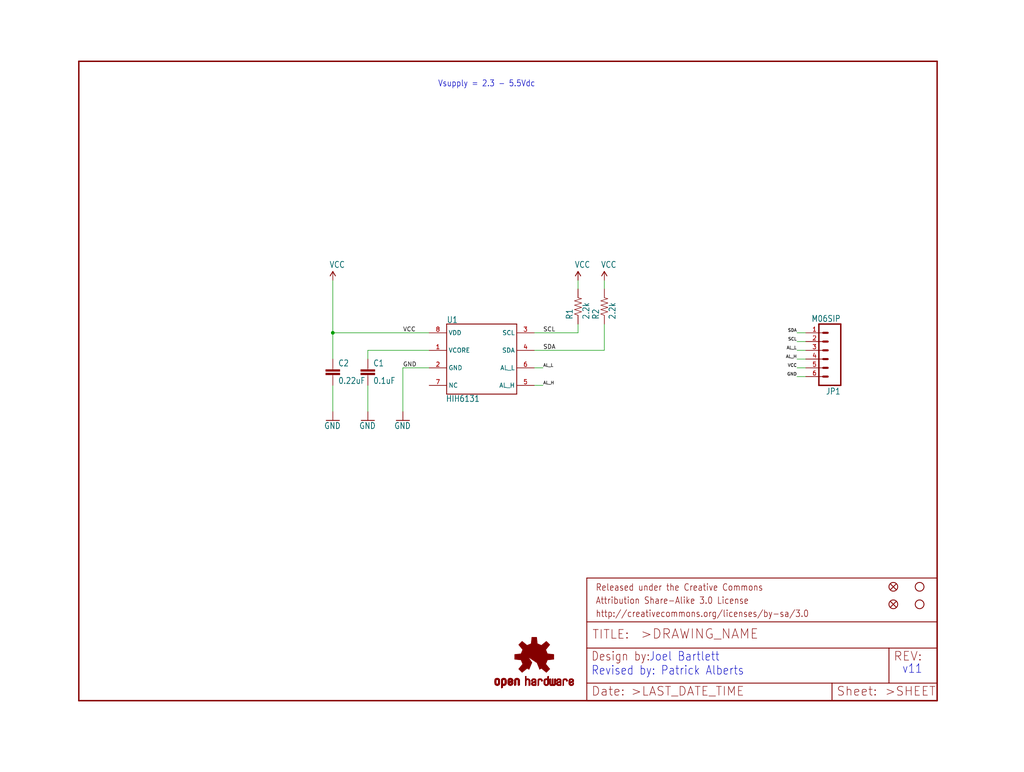
<source format=kicad_sch>
(kicad_sch (version 20211123) (generator eeschema)
  (paper "User" 297.002 223.926)
  (lib_symbols
    (symbol "eagleSchem-eagle-import:0.1UF-25V(+80{slash}-20%)(0603)"
      (property "Reference" "C" (at 1.524 2.921 0))
      (property "Value" "0.1UF-25V(+80{slash}-20%)(0603)" (at 1.524 -2.159 0))
      (symbol "0.1UF-25V(+80{slash}-20%)(0603)_1_0"
        (pin passive line (at 0 5.08 270) (length 2.54) (name "1") (number "1"))
        (pin passive line (at 0 -2.54 90) (length 2.54) (name "2") (number "2"))
      )
    )
    (symbol "eagleSchem-eagle-import:0.22UF-25V-10%(0603)"
      (property "Reference" "C" (at 1.524 2.921 0))
      (property "Value" "0.22UF-25V-10%(0603)" (at 1.524 -2.159 0))
      (symbol "0.22UF-25V-10%(0603)_1_0"
        (pin passive line (at 0 5.08 270) (length 2.54) (name "1") (number "1"))
        (pin passive line (at 0 -2.54 90) (length 2.54) (name "2") (number "2"))
      )
    )
    (symbol "eagleSchem-eagle-import:2.2KOHM1{slash}10W1%(0603)"
      (property "Reference" "R" (at -3.81 1.4986 0))
      (property "Value" "2.2KOHM1{slash}10W1%(0603)" (at -3.81 -3.302 0))
      (symbol "2.2KOHM1{slash}10W1%(0603)_1_0"
        (pin passive line (at -5.08 0 0) (length 2.54) (name "1") (number "1"))
        (pin passive line (at 5.08 0 180) (length 2.54) (name "2") (number "2"))
      )
    )
    (symbol "eagleSchem-eagle-import:FIDUCIAL1X2")
    (symbol "eagleSchem-eagle-import:FRAME-LETTER"
      (symbol "FRAME-LETTER_2_0"
        (text ">DRAWING_NAME" (at 15.494 17.78 0) (effects (font (size 2.7432 2.7432)) (justify left bottom)))
        (text ">LAST_DATE_TIME" (at 12.7 1.27 0) (effects (font (size 2.54 2.54)) (justify left bottom)))
        (text ">SHEET" (at 86.36 1.27 0) (effects (font (size 2.54 2.54)) (justify left bottom)))
        (text "Attribution Share-Alike 3.0 License" (at 2.54 27.94 0) (effects (font (size 1.9304 1.6408)) (justify left bottom)))
        (text "Date:" (at 1.27 1.27 0) (effects (font (size 2.54 2.54)) (justify left bottom)))
        (text "Design by:" (at 1.27 11.43 0) (effects (font (size 2.54 2.159)) (justify left bottom)))
        (text "http://creativecommons.org/licenses/by-sa/3.0" (at 2.54 24.13 0) (effects (font (size 1.9304 1.6408)) (justify left bottom)))
        (text "Released under the Creative Commons" (at 2.54 31.75 0) (effects (font (size 1.9304 1.6408)) (justify left bottom)))
        (text "REV:" (at 88.9 11.43 0) (effects (font (size 2.54 2.54)) (justify left bottom)))
        (text "Sheet:" (at 72.39 1.27 0) (effects (font (size 2.54 2.54)) (justify left bottom)))
        (text "TITLE:" (at 1.524 17.78 0) (effects (font (size 2.54 2.54)) (justify left bottom)))
      )
    )
    (symbol "eagleSchem-eagle-import:GND" (power)
      (property "Value" "GND" (at -2.54 -2.54 0))
      (symbol "GND_1_0"
        (pin power_in line (at 0 2.54 270) (length 2.54) (name "GND") (number "1"))
      )
    )
    (symbol "eagleSchem-eagle-import:HIH6131"
      (property "Value" "HIH6131" (at -10.414 -12.446 0))
      (symbol "HIH6131_1_0"
        (pin bidirectional line (at -15.24 2.54 0) (length 5.08) (name "VCORE") (number "1"))
        (pin bidirectional line (at -15.24 -2.54 0) (length 5.08) (name "GND") (number "2"))
        (pin bidirectional line (at 15.24 7.62 180) (length 5.08) (name "SCL") (number "3"))
        (pin bidirectional line (at 15.24 2.54 180) (length 5.08) (name "SDA") (number "4"))
        (pin bidirectional line (at 15.24 -7.62 180) (length 5.08) (name "AL_H") (number "5"))
        (pin bidirectional line (at 15.24 -2.54 180) (length 5.08) (name "AL_L") (number "6"))
        (pin bidirectional line (at -15.24 -7.62 0) (length 5.08) (name "NC") (number "7"))
        (pin bidirectional line (at -15.24 7.62 0) (length 5.08) (name "VDD") (number "8"))
      )
    )
    (symbol "eagleSchem-eagle-import:M06SIP"
      (property "Reference" "JP" (at -5.08 10.922 0))
      (property "Value" "M06SIP" (at -5.08 -10.16 0))
      (symbol "M06SIP_1_0"
        (pin passive line (at 5.08 -5.08 180) (length 5.08) (name "1") (number "1"))
        (pin passive line (at 5.08 -2.54 180) (length 5.08) (name "2") (number "2"))
        (pin passive line (at 5.08 0 180) (length 5.08) (name "3") (number "3"))
        (pin passive line (at 5.08 2.54 180) (length 5.08) (name "4") (number "4"))
        (pin passive line (at 5.08 5.08 180) (length 5.08) (name "5") (number "5"))
        (pin passive line (at 5.08 7.62 180) (length 5.08) (name "6") (number "6"))
      )
    )
    (symbol "eagleSchem-eagle-import:OSHW-LOGOS")
    (symbol "eagleSchem-eagle-import:STAND-OFFTIGHT")
    (symbol "eagleSchem-eagle-import:VCC" (power)
      (property "Value" "VCC" (at -1.016 3.556 0))
      (symbol "VCC_1_0"
        (pin power_in line (at 0 0 90) (length 2.54) (name "VCC") (number "1"))
      )
    )
  )
  (junction (at 96.52 96.52))
  (wire (pts (xy 175.26 93.98) (xy 175.26 101.6)))
  (wire (pts (xy 233.68 104.14) (xy 231.14 104.14)))
  (wire (pts (xy 96.52 119.38) (xy 96.52 111.76)))
  (wire (pts (xy 124.46 106.68) (xy 116.84 106.68)))
  (wire (pts (xy 233.68 96.52) (xy 231.14 96.52)))
  (wire (pts (xy 96.52 96.52) (xy 96.52 81.28)))
  (wire (pts (xy 154.94 96.52) (xy 167.64 96.52)))
  (wire (pts (xy 106.68 119.38) (xy 106.68 111.76)))
  (wire (pts (xy 233.68 106.68) (xy 231.14 106.68)))
  (wire (pts (xy 154.94 111.76) (xy 157.48 111.76)))
  (wire (pts (xy 175.26 101.6) (xy 154.94 101.6)))
  (wire (pts (xy 233.68 109.22) (xy 231.14 109.22)))
  (wire (pts (xy 124.46 101.6) (xy 106.68 101.6)))
  (wire (pts (xy 106.68 101.6) (xy 106.68 104.14)))
  (wire (pts (xy 116.84 106.68) (xy 116.84 119.38)))
  (wire (pts (xy 233.68 101.6) (xy 231.14 101.6)))
  (wire (pts (xy 167.64 96.52) (xy 167.64 93.98)))
  (wire (pts (xy 96.52 104.14) (xy 96.52 96.52)))
  (wire (pts (xy 167.64 83.82) (xy 167.64 81.28)))
  (wire (pts (xy 233.68 99.06) (xy 231.14 99.06)))
  (wire (pts (xy 154.94 106.68) (xy 157.48 106.68)))
  (wire (pts (xy 175.26 81.28) (xy 175.26 83.82)))
  (wire (pts (xy 124.46 96.52) (xy 96.52 96.52)))
  (text "Vsupply = 2.3 - 5.5Vdc" (at 127 25.4 180) (effects (font (size 1.778 1.5113)) (justify left bottom)))
  (text "Joel Bartlett" (at 188.214 192.024 180) (effects (font (size 2.54 2.159)) (justify left bottom)))
  (text "Revised by: Patrick Alberts" (at 171.45 196.088 180) (effects (font (size 2.54 2.159)) (justify left bottom)))
  (text "v11" (at 261.62 195.58 180) (effects (font (size 2.54 2.159)) (justify left bottom)))
  (label "AL_H" (at 157.48 111.76 0) (effects (font (size 0.889 0.889))))
  (label "AL_H" (at 231.14 104.14 180) (effects (font (size 0.889 0.889))))
  (label "SCL" (at 157.48 96.52 0) (effects (font (size 1.2446 1.2446))))
  (label "SDA" (at 231.14 96.52 180) (effects (font (size 0.889 0.889))))
  (label "AL_L" (at 231.14 101.6 180) (effects (font (size 0.889 0.889))))
  (label "GND" (at 231.14 109.22 180) (effects (font (size 0.889 0.889))))
  (label "VCC" (at 231.14 106.68 180) (effects (font (size 0.889 0.889))))
  (label "AL_L" (at 157.48 106.68 0) (effects (font (size 0.889 0.889))))
  (label "VCC" (at 116.84 96.52 0) (effects (font (size 1.2446 1.2446))))
  (label "SCL" (at 231.14 99.06 180) (effects (font (size 0.889 0.889))))
  (label "SDA" (at 157.48 101.6 0) (effects (font (size 1.2446 1.2446))))
  (label "GND" (at 116.84 106.68 0) (effects (font (size 1.2446 1.2446))))
  (symbol (lib_id "eagleSchem-eagle-import:FIDUCIAL1X2") (at 259.08 175.26 0) (unit 1)
    (property "Reference" "FID2" (effects hide))
    (property "Value" "FIDUCIAL1X2" (effects hide))
    (property "Footprint" "eagleSchem:FIDUCIAL-1X2" (effects hide))
  )
  (symbol (lib_id "eagleSchem-eagle-import:GND") (at 96.52 121.92 0) (unit 1)
    (property "Reference" "#GND1" (effects hide))
    (property "Value" "GND" (at 93.98 124.46 0) (effects (font (size 1.778 1.5113)) (justify left bottom)))
    (property "Footprint" "eagleSchem:" (effects hide))
  )
  (symbol (lib_id "eagleSchem-eagle-import:FIDUCIAL1X2") (at 259.08 170.18 0) (unit 1)
    (property "Reference" "FID1" (effects hide))
    (property "Value" "FIDUCIAL1X2" (effects hide))
    (property "Footprint" "eagleSchem:FIDUCIAL-1X2" (effects hide))
  )
  (symbol (lib_id "eagleSchem-eagle-import:VCC") (at 175.26 81.28 0) (unit 1)
    (property "Reference" "#P+3" (effects hide))
    (property "Value" "VCC" (at 174.244 77.724 0) (effects (font (size 1.778 1.5113)) (justify left bottom)))
    (property "Footprint" "eagleSchem:" (effects hide))
  )
  (symbol (lib_id "eagleSchem-eagle-import:GND") (at 106.68 121.92 0) (unit 1)
    (property "Reference" "#GND2" (effects hide))
    (property "Value" "GND" (at 104.14 124.46 0) (effects (font (size 1.778 1.5113)) (justify left bottom)))
    (property "Footprint" "eagleSchem:" (effects hide))
  )
  (symbol (lib_id "eagleSchem-eagle-import:HIH6131") (at 139.7 104.14 0) (unit 1)
    (property "Reference" "U1" (at 129.54 93.726 0) (effects (font (size 1.778 1.5113)) (justify left bottom)))
    (property "Value" "HIH6131" (at 129.286 116.586 0) (effects (font (size 1.778 1.5113)) (justify left bottom)))
    (property "Footprint" "eagleSchem:SOIC8" (effects hide))
  )
  (symbol (lib_id "eagleSchem-eagle-import:FRAME-LETTER") (at 22.86 203.2 0) (unit 1)
    (property "Reference" "FRAME1" (effects hide))
    (property "Value" "FRAME-LETTER" (effects hide))
    (property "Footprint" "eagleSchem:CREATIVE_COMMONS" (effects hide))
  )
  (symbol (lib_id "eagleSchem-eagle-import:2.2KOHM1{slash}10W1%(0603)") (at 167.64 88.9 90) (unit 1)
    (property "Reference" "R1" (at 166.1414 92.71 0) (effects (font (size 1.778 1.5113)) (justify left bottom)))
    (property "Value" "2.2k" (at 170.942 92.71 0) (effects (font (size 1.778 1.5113)) (justify left bottom)))
    (property "Footprint" "eagleSchem:0603-RES" (effects hide))
  )
  (symbol (lib_id "eagleSchem-eagle-import:GND") (at 116.84 121.92 0) (unit 1)
    (property "Reference" "#GND3" (effects hide))
    (property "Value" "GND" (at 114.3 124.46 0) (effects (font (size 1.778 1.5113)) (justify left bottom)))
    (property "Footprint" "eagleSchem:" (effects hide))
  )
  (symbol (lib_id "eagleSchem-eagle-import:STAND-OFFTIGHT") (at 266.7 170.18 0) (unit 1)
    (property "Reference" "JP4" (effects hide))
    (property "Value" "STAND-OFFTIGHT" (effects hide))
    (property "Footprint" "eagleSchem:STAND-OFF-TIGHT" (effects hide))
  )
  (symbol (lib_id "eagleSchem-eagle-import:0.1UF-25V(+80{slash}-20%)(0603)") (at 106.68 109.22 0) (unit 1)
    (property "Reference" "C1" (at 108.204 106.299 0) (effects (font (size 1.778 1.5113)) (justify left bottom)))
    (property "Value" "0.1uF" (at 108.204 111.379 0) (effects (font (size 1.778 1.5113)) (justify left bottom)))
    (property "Footprint" "eagleSchem:0603-CAP" (effects hide))
  )
  (symbol (lib_id "eagleSchem-eagle-import:VCC") (at 167.64 81.28 0) (unit 1)
    (property "Reference" "#P+2" (effects hide))
    (property "Value" "VCC" (at 166.624 77.724 0) (effects (font (size 1.778 1.5113)) (justify left bottom)))
    (property "Footprint" "eagleSchem:" (effects hide))
  )
  (symbol (lib_id "eagleSchem-eagle-import:VCC") (at 96.52 81.28 0) (unit 1)
    (property "Reference" "#P+1" (effects hide))
    (property "Value" "VCC" (at 95.504 77.724 0) (effects (font (size 1.778 1.5113)) (justify left bottom)))
    (property "Footprint" "eagleSchem:" (effects hide))
  )
  (symbol (lib_id "eagleSchem-eagle-import:FRAME-LETTER") (at 170.18 203.2 0) (unit 2)
    (property "Reference" "FRAME1" (effects hide))
    (property "Value" "FRAME-LETTER" (effects hide))
    (property "Footprint" "eagleSchem:CREATIVE_COMMONS" (effects hide))
  )
  (symbol (lib_id "eagleSchem-eagle-import:0.22UF-25V-10%(0603)") (at 96.52 109.22 0) (unit 1)
    (property "Reference" "C2" (at 98.044 106.299 0) (effects (font (size 1.778 1.5113)) (justify left bottom)))
    (property "Value" "0.22uF" (at 98.044 111.379 0) (effects (font (size 1.778 1.5113)) (justify left bottom)))
    (property "Footprint" "eagleSchem:0603-CAP" (effects hide))
  )
  (symbol (lib_id "eagleSchem-eagle-import:M06SIP") (at 238.76 101.6 180) (unit 1)
    (property "Reference" "JP1" (at 243.84 112.522 0) (effects (font (size 1.778 1.5113)) (justify left bottom)))
    (property "Value" "M06SIP" (at 243.84 91.44 0) (effects (font (size 1.778 1.5113)) (justify left bottom)))
    (property "Footprint" "eagleSchem:1X06" (effects hide))
  )
  (symbol (lib_id "eagleSchem-eagle-import:OSHW-LOGOS") (at 154.94 190.5 0) (unit 1)
    (property "Reference" "U$2" (effects hide))
    (property "Value" "OSHW-LOGOS" (effects hide))
    (property "Footprint" "eagleSchem:OSHW-LOGO-S" (effects hide))
  )
  (symbol (lib_id "eagleSchem-eagle-import:STAND-OFFTIGHT") (at 266.7 175.26 0) (unit 1)
    (property "Reference" "JP3" (effects hide))
    (property "Value" "STAND-OFFTIGHT" (effects hide))
    (property "Footprint" "eagleSchem:STAND-OFF-TIGHT" (effects hide))
  )
  (symbol (lib_id "eagleSchem-eagle-import:2.2KOHM1{slash}10W1%(0603)") (at 175.26 88.9 90) (unit 1)
    (property "Reference" "R2" (at 173.7614 92.71 0) (effects (font (size 1.778 1.5113)) (justify left bottom)))
    (property "Value" "2.2k" (at 178.562 92.71 0) (effects (font (size 1.778 1.5113)) (justify left bottom)))
    (property "Footprint" "eagleSchem:0603-RES" (effects hide))
  )
)
</source>
